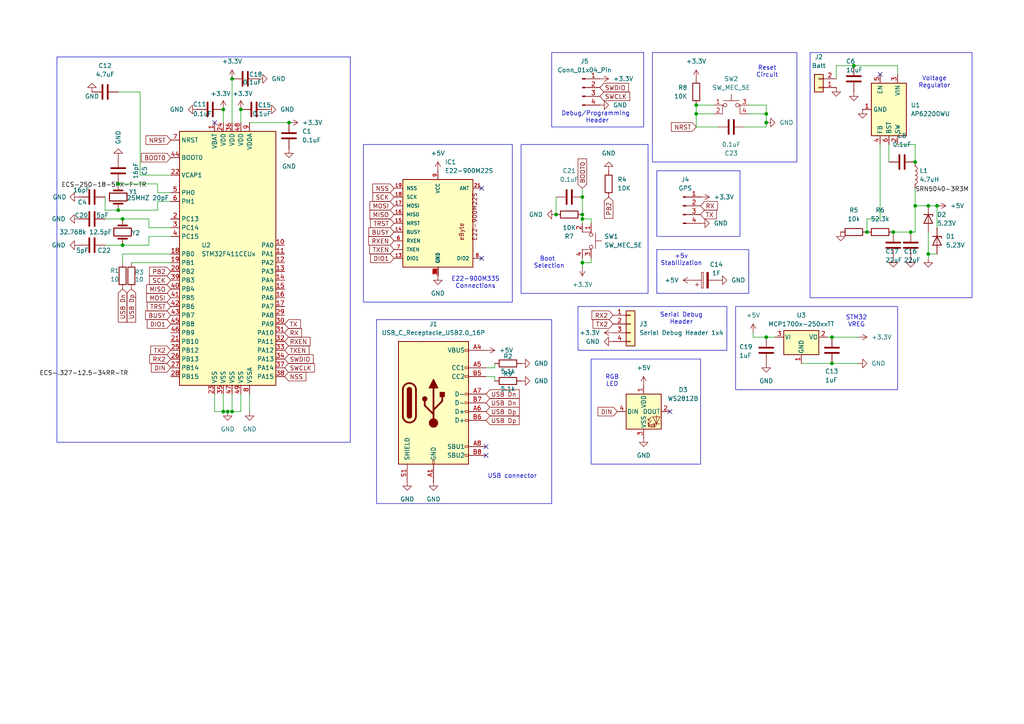
<source format=kicad_sch>
(kicad_sch (version 20231120) (generator "eeschema") (generator_version "8.0")
  (paper "A4")
  (junction (at 247.65 19.05))
  (junction (at 269.24 59.69))
  (junction (at 251.46 67.31))
  (junction (at 34.29 60.96))
  (junction (at 259.08 67.31))
  (junction (at 265.43 59.69))
  (junction (at 222.25 33.02))
  (junction (at 222.25 35.56))
  (junction (at 66.04 119.38))
  (junction (at 64.77 31.75))
  (junction (at 269.24 73.66))
  (junction (at 241.3 97.79))
  (junction (at 35.56 71.12))
  (junction (at 168.91 63.5))
  (junction (at 34.29 53.34))
  (junction (at 64.77 119.38))
  (junction (at 222.25 97.79))
  (junction (at 161.29 62.23))
  (junction (at 168.91 57.15))
  (junction (at 264.16 67.31))
  (junction (at 201.93 30.48))
  (junction (at 265.43 46.99))
  (junction (at 168.91 62.23))
  (junction (at 271.78 59.69))
  (junction (at 201.93 33.02))
  (junction (at 69.85 31.75))
  (junction (at 67.31 22.86))
  (junction (at 67.31 119.38))
  (junction (at 83.82 35.56))
  (junction (at 35.56 63.5))
  (junction (at 241.3 105.41))
  (junction (at 168.91 76.2))
  (no_connect (at 139.7 74.93))
  (no_connect (at 139.7 54.61))
  (no_connect (at 140.97 132.08))
  (no_connect (at 140.97 129.54))
  (no_connect (at 62.23 35.56))
  (no_connect (at 255.27 21.59))
  (no_connect (at 194.31 119.38))
  (wire (pts (xy 241.3 105.41) (xy 248.92 105.41)))
  (wire (pts (xy 217.17 30.48) (xy 222.25 30.48)))
  (wire (pts (xy 265.43 67.31) (xy 264.16 67.31)))
  (wire (pts (xy 207.01 33.02) (xy 201.93 33.02)))
  (wire (pts (xy 140.97 106.68) (xy 143.51 106.68)))
  (wire (pts (xy 69.85 31.75) (xy 69.85 35.56)))
  (wire (pts (xy 247.65 19.05) (xy 242.57 19.05)))
  (wire (pts (xy 201.93 33.02) (xy 201.93 36.83)))
  (wire (pts (xy 171.45 74.93) (xy 171.45 76.2)))
  (wire (pts (xy 260.35 19.05) (xy 247.65 19.05)))
  (wire (pts (xy 49.53 76.2) (xy 38.1 76.2)))
  (wire (pts (xy 40.64 26.67) (xy 34.29 26.67)))
  (wire (pts (xy 49.53 66.04) (xy 43.18 66.04)))
  (wire (pts (xy 257.81 41.91) (xy 257.81 46.99)))
  (wire (pts (xy 64.77 119.38) (xy 66.04 119.38)))
  (wire (pts (xy 241.3 97.79) (xy 248.92 97.79)))
  (wire (pts (xy 271.78 59.69) (xy 271.78 66.04)))
  (wire (pts (xy 218.44 97.79) (xy 222.25 97.79)))
  (wire (pts (xy 49.53 50.8) (xy 40.64 50.8)))
  (wire (pts (xy 43.18 68.58) (xy 43.18 71.12)))
  (wire (pts (xy 201.93 30.48) (xy 207.01 30.48)))
  (wire (pts (xy 222.25 35.56) (xy 222.25 36.83)))
  (wire (pts (xy 269.24 73.66) (xy 269.24 74.93)))
  (wire (pts (xy 269.24 59.69) (xy 271.78 59.69)))
  (wire (pts (xy 49.53 55.88) (xy 45.72 55.88)))
  (wire (pts (xy 30.48 71.12) (xy 35.56 71.12)))
  (wire (pts (xy 168.91 57.15) (xy 168.91 62.23)))
  (wire (pts (xy 69.85 114.3) (xy 69.85 119.38)))
  (wire (pts (xy 222.25 97.79) (xy 224.79 97.79)))
  (wire (pts (xy 140.97 109.22) (xy 143.51 109.22)))
  (wire (pts (xy 40.64 50.8) (xy 40.64 26.67)))
  (wire (pts (xy 251.46 63.5) (xy 251.46 67.31)))
  (wire (pts (xy 265.43 54.61) (xy 265.43 59.69)))
  (wire (pts (xy 45.72 55.88) (xy 45.72 53.34)))
  (wire (pts (xy 168.91 62.23) (xy 168.91 63.5)))
  (wire (pts (xy 255.27 41.91) (xy 255.27 63.5)))
  (wire (pts (xy 168.91 74.93) (xy 168.91 76.2)))
  (wire (pts (xy 265.43 59.69) (xy 265.43 67.31)))
  (wire (pts (xy 232.41 105.41) (xy 241.3 105.41)))
  (wire (pts (xy 43.18 66.04) (xy 43.18 63.5)))
  (wire (pts (xy 269.24 67.31) (xy 269.24 73.66)))
  (wire (pts (xy 67.31 114.3) (xy 67.31 119.38)))
  (wire (pts (xy 72.39 114.3) (xy 72.39 119.38)))
  (wire (pts (xy 265.43 41.91) (xy 265.43 46.99)))
  (wire (pts (xy 251.46 63.5) (xy 255.27 63.5)))
  (wire (pts (xy 45.72 60.96) (xy 34.29 60.96)))
  (wire (pts (xy 143.51 105.41) (xy 143.51 106.68)))
  (wire (pts (xy 43.18 71.12) (xy 35.56 71.12)))
  (wire (pts (xy 43.18 63.5) (xy 35.56 63.5)))
  (wire (pts (xy 264.16 67.31) (xy 259.08 67.31)))
  (wire (pts (xy 64.77 31.75) (xy 64.77 35.56)))
  (wire (pts (xy 49.53 73.66) (xy 35.56 73.66)))
  (wire (pts (xy 222.25 36.83) (xy 215.9 36.83)))
  (wire (pts (xy 69.85 119.38) (xy 67.31 119.38)))
  (wire (pts (xy 67.31 119.38) (xy 66.04 119.38)))
  (wire (pts (xy 201.93 36.83) (xy 208.28 36.83)))
  (wire (pts (xy 161.29 57.15) (xy 161.29 62.23)))
  (wire (pts (xy 62.23 119.38) (xy 64.77 119.38)))
  (wire (pts (xy 201.93 33.02) (xy 201.93 30.48)))
  (wire (pts (xy 143.51 109.22) (xy 143.51 110.49)))
  (wire (pts (xy 49.53 68.58) (xy 43.18 68.58)))
  (wire (pts (xy 240.03 97.79) (xy 241.3 97.79)))
  (wire (pts (xy 260.35 41.91) (xy 265.43 41.91)))
  (wire (pts (xy 222.25 33.02) (xy 222.25 35.56)))
  (wire (pts (xy 171.45 76.2) (xy 168.91 76.2)))
  (wire (pts (xy 30.48 63.5) (xy 35.56 63.5)))
  (wire (pts (xy 49.53 58.42) (xy 45.72 58.42)))
  (wire (pts (xy 265.43 59.69) (xy 269.24 59.69)))
  (wire (pts (xy 72.39 35.56) (xy 83.82 35.56)))
  (wire (pts (xy 168.91 63.5) (xy 168.91 64.77)))
  (wire (pts (xy 45.72 58.42) (xy 45.72 60.96)))
  (wire (pts (xy 30.48 60.96) (xy 30.48 57.15)))
  (wire (pts (xy 171.45 64.77) (xy 171.45 63.5)))
  (wire (pts (xy 260.35 21.59) (xy 260.35 19.05)))
  (wire (pts (xy 242.57 19.05) (xy 242.57 22.86)))
  (wire (pts (xy 45.72 53.34) (xy 34.29 53.34)))
  (wire (pts (xy 168.91 76.2) (xy 168.91 77.47)))
  (wire (pts (xy 34.29 60.96) (xy 30.48 60.96)))
  (wire (pts (xy 168.91 57.15) (xy 168.91 54.61)))
  (wire (pts (xy 62.23 114.3) (xy 62.23 119.38)))
  (wire (pts (xy 171.45 63.5) (xy 168.91 63.5)))
  (wire (pts (xy 218.44 96.52) (xy 218.44 97.79)))
  (wire (pts (xy 222.25 30.48) (xy 222.25 33.02)))
  (wire (pts (xy 67.31 22.86) (xy 67.31 35.56)))
  (wire (pts (xy 35.56 73.66) (xy 35.56 76.2)))
  (wire (pts (xy 269.24 73.66) (xy 271.78 73.66)))
  (wire (pts (xy 64.77 114.3) (xy 64.77 119.38)))
  (wire (pts (xy 217.17 33.02) (xy 222.25 33.02)))
  (rectangle (start 171.45 104.14) (end 203.2 134.62))
  (rectangle (start 189.23 15.24) (end 231.14 46.99))
  (rectangle (start 190.5 49.53) (end 214.63 68.58))
  (rectangle (start 167.64 88.9) (end 210.82 101.6))
  (rectangle (start 16.51 16.51) (end 101.6 128.27))
  (rectangle (start 151.13 41.91) (end 187.96 85.09))
  (rectangle (start 190.5 72.39) (end 217.17 85.09))
  (rectangle (start 213.36 88.9) (end 260.35 113.03))
  (rectangle (start 234.95 15.24) (end 281.94 86.36))
  (rectangle (start 105.41 41.91) (end 148.59 87.63))
  (rectangle (start 109.22 92.71) (end 160.02 146.05))
  (rectangle (start 160.02 15.24) (end 186.69 36.83))
  (text "Boot \nSelection\n" (at 159.258 76.2 0) (effects (font (size 1.27 1.27))))
  (text "Reset\nCircuit\n" (at 222.504 20.828 0) (effects (font (size 1.27 1.27))))
  (text "STM32\nVREG\n" (at 248.412 93.218 0) (effects (font (size 1.27 1.27))))
  (text "E22-900M33S\nConnections\n" (at 137.922 82.042 0) (effects (font (size 1.27 1.27))))
  (text "Debug/Programming \nHeader\n" (at 173.228 34.036 0) (effects (font (size 1.27 1.27))))
  (text "USB connector" (at 148.59 138.176 0) (effects (font (size 1.27 1.27))))
  (text "Serial Debug\nHeader\n" (at 197.612 92.456 0) (effects (font (size 1.27 1.27))))
  (text "Voltage\nRegulator\n" (at 271.018 23.876 0) (effects (font (size 1.27 1.27))))
  (text "+5v\nStabilization\n" (at 197.612 75.438 0) (effects (font (size 1.27 1.27))))
  (text "RGB\nLED" (at 177.546 110.49 0) (effects (font (size 1.27 1.27))))
  (label "ECS-.327-12.5-34RR-TR" (at 11.43 109.22 0))
  (label "ECS-250-18-5PX-F-TR" (at 17.78 54.61 0))
  (label "SRN5040-3R3M" (at 265.43 55.88 0))
  (global_label "TRST" (shape input) (at 114.3 64.77 180) (property "Intersheetrefs" "${INTERSHEET_REFS}" (effects (hide yes))))
  (global_label "RX2" (shape input) (at 177.8 91.44 180) (property "Intersheetrefs" "${INTERSHEET_REFS}" (effects (hide yes))))
  (global_label "USB Dp" (shape input) (at 38.1 83.82 270) (property "Intersheetrefs" "${INTERSHEET_REFS}" (effects (hide yes))))
  (global_label "SCK" (shape input) (at 49.53 81.28 180) (property "Intersheetrefs" "${INTERSHEET_REFS}" (effects (hide yes))))
  (global_label "RXEN" (shape input) (at 114.3 69.85 180) (property "Intersheetrefs" "${INTERSHEET_REFS}" (effects (hide yes))))
  (global_label "DIO1" (shape input) (at 49.53 93.98 180) (property "Intersheetrefs" "${INTERSHEET_REFS}" (effects (hide yes))))
  (global_label "MISO" (shape input) (at 49.53 83.82 180) (property "Intersheetrefs" "${INTERSHEET_REFS}" (effects (hide yes))))
  (global_label "BOOT0" (shape input) (at 168.91 54.61 90) (property "Intersheetrefs" "${INTERSHEET_REFS}" (effects (hide yes))))
  (global_label "NSS" (shape input) (at 82.55 109.22 0) (property "Intersheetrefs" "${INTERSHEET_REFS}" (effects (hide yes))))
  (global_label "NSS" (shape input) (at 114.3 54.61 180) (property "Intersheetrefs" "${INTERSHEET_REFS}" (effects (hide yes))))
  (global_label "TX2" (shape input) (at 49.53 101.6 180) (property "Intersheetrefs" "${INTERSHEET_REFS}" (effects (hide yes))))
  (global_label "SCK" (shape input) (at 114.3 57.15 180) (property "Intersheetrefs" "${INTERSHEET_REFS}" (effects (hide yes))))
  (global_label "DIO1" (shape input) (at 114.3 74.93 180) (property "Intersheetrefs" "${INTERSHEET_REFS}" (effects (hide yes))))
  (global_label "BUSY" (shape input) (at 114.3 67.31 180) (property "Intersheetrefs" "${INTERSHEET_REFS}" (effects (hide yes))))
  (global_label "MOSI" (shape input) (at 49.53 86.36 180) (property "Intersheetrefs" "${INTERSHEET_REFS}" (effects (hide yes))))
  (global_label "TXEN" (shape input) (at 114.3 72.39 180) (property "Intersheetrefs" "${INTERSHEET_REFS}" (effects (hide yes))))
  (global_label "SWDIO" (shape input) (at 82.55 104.14 0) (property "Intersheetrefs" "${INTERSHEET_REFS}" (effects (hide yes))))
  (global_label "NRST" (shape input) (at 201.93 36.83 180) (property "Intersheetrefs" "${INTERSHEET_REFS}" (effects (hide yes))))
  (global_label "BOOT0" (shape input) (at 49.53 45.72 180) (property "Intersheetrefs" "${INTERSHEET_REFS}" (effects (hide yes))))
  (global_label "SWCLK" (shape input) (at 173.99 27.94 0) (property "Intersheetrefs" "${INTERSHEET_REFS}" (effects (hide yes))))
  (global_label "SWDIO" (shape input) (at 173.99 25.4 0) (property "Intersheetrefs" "${INTERSHEET_REFS}" (effects (hide yes))))
  (global_label "DIN" (shape input) (at 49.53 106.68 180) (property "Intersheetrefs" "${INTERSHEET_REFS}" (effects (hide yes))))
  (global_label "RXEN" (shape input) (at 82.55 99.06 0) (property "Intersheetrefs" "${INTERSHEET_REFS}" (effects (hide yes))))
  (global_label "MISO" (shape input) (at 114.3 62.23 180) (property "Intersheetrefs" "${INTERSHEET_REFS}" (effects (hide yes))))
  (global_label "MOSI" (shape input) (at 114.3 59.69 180) (property "Intersheetrefs" "${INTERSHEET_REFS}" (effects (hide yes))))
  (global_label "TX" (shape input) (at 203.2 62.23 0) (property "Intersheetrefs" "${INTERSHEET_REFS}" (effects (hide yes))))
  (global_label "RX" (shape input) (at 203.2 59.69 0) (property "Intersheetrefs" "${INTERSHEET_REFS}" (effects (hide yes))))
  (global_label "TXEN" (shape input) (at 82.55 101.6 0) (property "Intersheetrefs" "${INTERSHEET_REFS}" (effects (hide yes))))
  (global_label "RX" (shape input) (at 82.55 96.52 0) (property "Intersheetrefs" "${INTERSHEET_REFS}" (effects (hide yes))))
  (global_label "USB Dn" (shape input) (at 140.97 114.3 0) (property "Intersheetrefs" "${INTERSHEET_REFS}" (effects (hide yes))))
  (global_label "USB Dn" (shape input) (at 140.97 116.84 0) (property "Intersheetrefs" "${INTERSHEET_REFS}" (effects (hide yes))))
  (global_label "USB Dp" (shape input) (at 140.97 119.38 0) (property "Intersheetrefs" "${INTERSHEET_REFS}" (effects (hide yes))))
  (global_label "PB2" (shape input) (at 176.53 57.15 270) (property "Intersheetrefs" "${INTERSHEET_REFS}" (effects (hide yes))))
  (global_label "RX2" (shape input) (at 49.53 104.14 180) (property "Intersheetrefs" "${INTERSHEET_REFS}" (effects (hide yes))))
  (global_label "PB2" (shape input) (at 49.53 78.74 180) (property "Intersheetrefs" "${INTERSHEET_REFS}" (effects (hide yes))))
  (global_label "TRST" (shape input) (at 49.53 88.9 180) (property "Intersheetrefs" "${INTERSHEET_REFS}" (effects (hide yes))))
  (global_label "USB Dp" (shape input) (at 140.97 121.92 0) (property "Intersheetrefs" "${INTERSHEET_REFS}" (effects (hide yes))))
  (global_label "SWCLK" (shape input) (at 82.55 106.68 0) (property "Intersheetrefs" "${INTERSHEET_REFS}" (effects (hide yes))))
  (global_label "USB Dn" (shape input) (at 35.56 83.82 270) (property "Intersheetrefs" "${INTERSHEET_REFS}" (effects (hide yes))))
  (global_label "TX" (shape input) (at 82.55 93.98 0) (property "Intersheetrefs" "${INTERSHEET_REFS}" (effects (hide yes))))
  (global_label "TX2" (shape input) (at 177.8 93.98 180) (property "Intersheetrefs" "${INTERSHEET_REFS}" (effects (hide yes))))
  (global_label "BUSY" (shape input) (at 49.53 91.44 180) (property "Intersheetrefs" "${INTERSHEET_REFS}" (effects (hide yes))))
  (global_label "DIN" (shape input) (at 179.07 119.38 180) (property "Intersheetrefs" "${INTERSHEET_REFS}" (effects (hide yes))))
  (global_label "NRST" (shape input) (at 49.53 40.64 180) (property "Intersheetrefs" "${INTERSHEET_REFS}" (effects (hide yes))))
  (symbol (lib_id "Device:C") (at 83.82 39.37 180) (unit 1)
    (property "Reference" "C1" (at 87.63 38.0999 0) (effects (justify right)))
    (property "Value" "0.1uF" (at 87.63 40.6399 0) (effects (justify right)))
    (property "Footprint" "Capacitor_SMD:C_1206_3216Metric_Pad1.33x1.80mm_HandSolder" (effects (hide yes)))
    (property "Description" "Unpolarized capacitor" (effects (hide yes)))
  )
  (symbol (lib_id "Device:C") (at 71.12 22.86 90) (unit 1)
    (property "Reference" "C18" (at 74.168 21.59 90))
    (property "Value" "0.1uF" (at 73.152 23.876 90))
    (property "Footprint" "Capacitor_SMD:C_1206_3216Metric_Pad1.33x1.80mm_HandSolder" (effects (hide yes)))
    (property "Description" "Unpolarized capacitor" (effects (hide yes)))
  )
  (symbol (lib_id "power:+5V") (at 271.78 59.69 270) (unit 1)
    (property "Reference" "#PWR037" (effects (hide yes)))
    (property "Value" "+5V" (at 275.59 59.6899 90) (effects (justify left)))
    (property "Description" "Power symbol creates a global label with name \"+5V\"" (effects (hide yes)))
  )
  (symbol (lib_name "GND_12") (lib_id "power:GND") (at 177.8 99.06 270) (unit 1)
    (property "Reference" "#PWR015" (effects (hide yes)))
    (property "Value" "GND" (at 173.99 99.0599 90) (effects (justify right)))
    (property "Description" "Power symbol creates a global label with name \"GND\" , ground" (effects (hide yes)))
  )
  (symbol (lib_id "power:GND") (at 22.86 57.15 270) (unit 1)
    (property "Reference" "#PWR03" (effects (hide yes)))
    (property "Value" "GND" (at 19.304 57.15 90) (effects (justify right)))
  )
  (symbol (lib_id "LED:WS2812B") (at 186.69 119.38 0) (unit 1)
    (property "Reference" "D3" (at 198.12 113.0614 0))
    (property "Value" "WS2812B" (at 198.12 115.6014 0))
    (property "Footprint" "LED_SMD:LED_WS2812B_PLCC4_5.0x5.0mm_P3.2mm" (effects (hide yes)))
    (property "Datasheet" "https://cdn-shop.adafruit.com/datasheets/WS2812B.pdf" (effects (hide yes)))
    (property "Description" "RGB LED with integrated controller" (effects (hide yes)))
  )
  (symbol (lib_id "E22-900M22S:E22-900M22S") (at 127 64.77 0) (unit 1)
    (property "Reference" "IC1" (at 129.0194 46.99 0) (effects (justify left)))
    (property "Value" "E22-900M22S" (at 129.0194 49.53 0) (effects (justify left)))
    (property "Footprint" "E22-900M30S:XCVR_E22-900M30S" (effects (hide yes)))
    (property "MF" "EBYTE" (effects (hide yes)))
    (property "Description_1" "\n                        \n                            SX1262 868/915MHz SPI SMD LoRa Module\n                        \n" (effects (hide yes)))
    (property "Package" "Package" (effects (hide yes)))
    (property "Price" "None" (effects (hide yes)))
    (property "SnapEDA_Link" "https://www.snapeda.com/parts/E22-900M22S/EBYTE/view-part/?ref=snap" (effects (hide yes)))
    (property "MP" "E22-900M22S" (effects (hide yes)))
    (property "Availability" "Not in stock" (effects (hide yes)))
    (property "Check_prices" "https://www.snapeda.com/parts/E22-900M22S/EBYTE/view-part/?ref=eda" (effects (hide yes)))
  )
  (symbol (lib_id "Device:C") (at 60.96 31.75 90) (unit 1)
    (property "Reference" "C11" (at 57.912 30.226 90))
    (property "Value" "0.1uF" (at 58.674 33.02 90))
    (property "Footprint" "Capacitor_SMD:C_1206_3216Metric_Pad1.33x1.80mm_HandSolder" (effects (hide yes)))
    (property "Description" "Unpolarized capacitor" (effects (hide yes)))
  )
  (symbol (lib_name "+3.3V_8") (lib_id "power:+3.3V") (at 177.8 96.52 90) (unit 1)
    (property "Reference" "#PWR014" (effects (hide yes)))
    (property "Value" "+3.3V" (at 173.99 96.5199 90) (effects (justify left)))
    (property "Description" "Power symbol creates a global label with name \"+3.3V\"" (effects (hide yes)))
  )
  (symbol (lib_name "GND_14") (lib_id "power:GND") (at 248.92 105.41 90) (unit 1)
    (property "Reference" "#PWR033" (effects (hide yes)))
    (property "Value" "GND" (at 252.73 105.4099 90) (effects (justify right)))
    (property "Description" "Power symbol creates a global label with name \"GND\" , ground" (effects (hide yes)))
  )
  (symbol (lib_id "Device:Crystal") (at 34.29 57.15 90) (mirror x) (unit 1)
    (property "Reference" "Y1" (at 39.878 55.626 90) (effects (justify left)))
    (property "Value" "25MHZ 20pF" (at 49.022 57.404 90) (effects (justify left)))
    (property "Footprint" "Crystal:Crystal_SMD_HC49-SD_HandSoldering" (effects (hide yes)))
    (property "Description" "ECS-250-18-5PX-F-TR" (effects (hide yes)))
  )
  (symbol (lib_id "Device:C") (at 247.65 22.86 0) (unit 1)
    (property "Reference" "C6" (at 245.364 17.78 0) (effects (justify left)))
    (property "Value" "10uF" (at 245.364 20.32 0) (effects (justify left)))
    (property "Footprint" "Capacitor_SMD:C_1206_3216Metric_Pad1.33x1.80mm_HandSolder" (effects (hide yes)))
    (property "Description" "Unpolarized capacitor" (effects (hide yes)))
  )
  (symbol (lib_id "Device:C") (at 73.66 31.75 90) (unit 1)
    (property "Reference" "C15" (at 76.708 30.48 90))
    (property "Value" "0.1uF" (at 75.946 33.02 90))
    (property "Footprint" "Capacitor_SMD:C_1206_3216Metric_Pad1.33x1.80mm_HandSolder" (effects (hide yes)))
    (property "Description" "Unpolarized capacitor" (effects (hide yes)))
  )
  (symbol (lib_name "GND_16") (lib_id "power:GND") (at 151.13 105.41 90) (unit 1)
    (property "Reference" "#PWR041" (effects (hide yes)))
    (property "Value" "GND" (at 154.94 105.4099 90) (effects (justify right)))
    (property "Description" "Power symbol creates a global label with name \"GND\" , ground" (effects (hide yes)))
  )
  (symbol (lib_name "GND_18") (lib_id "power:GND") (at 186.69 127 0) (unit 1)
    (property "Reference" "#PWR049" (effects (hide yes)))
    (property "Value" "GND" (at 186.69 132.08 0))
    (property "Description" "Power symbol creates a global label with name \"GND\" , ground" (effects (hide yes)))
  )
  (symbol (lib_id "Device:R") (at 165.1 62.23 90) (mirror x) (unit 1)
    (property "Reference" "R7" (at 165.1 68.58 90))
    (property "Value" "10K" (at 165.1 66.04 90))
    (property "Footprint" "Resistor_SMD:R_1206_3216Metric_Pad1.30x1.75mm_HandSolder" (effects (hide yes)))
    (property "Description" "Resistor" (effects (hide yes)))
  )
  (symbol (lib_id "Device:R") (at 255.27 67.31 90) (unit 1)
    (property "Reference" "R6" (at 255.27 60.96 90))
    (property "Value" "52.3k" (at 255.27 63.5 90))
    (property "Footprint" "Resistor_SMD:R_1206_3216Metric_Pad1.30x1.75mm_HandSolder" (effects (hide yes)))
    (property "Description" "Resistor" (effects (hide yes)))
  )
  (symbol (lib_name "GND_1") (lib_id "power:GND") (at 83.82 43.18 0) (unit 1)
    (property "Reference" "#PWR010" (effects (hide yes)))
    (property "Value" "GND" (at 83.82 48.26 0))
    (property "Description" "Power symbol creates a global label with name \"GND\" , ground" (effects (hide yes)))
  )
  (symbol (lib_id "Device:D_Zener") (at 271.78 69.85 270) (unit 1)
    (property "Reference" "D1" (at 274.32 68.5799 90) (effects (justify left)))
    (property "Value" "5.23V" (at 274.32 71.1199 90) (effects (justify left)))
    (property "Footprint" "PLZ5V1C_G3_H:CR_1C-G3&slash_H_VIS" (effects (hide yes)))
    (property "Description" "Zener diode" (effects (hide yes)))
  )
  (symbol (lib_id "MCU_ST_STM32F4:STM32F411CEUx") (at 67.31 73.66 0) (unit 1)
    (property "Reference" "U2" (at 58.42 71.12 0) (effects (justify left)))
    (property "Value" "STM32F411CEUx" (at 58.42 73.66 0) (effects (justify left)))
    (property "Footprint" "Package_DFN_QFN:QFN-48-1EP_7x7mm_P0.5mm_EP5.6x5.6mm" (effects (hide yes)))
    (property "Datasheet" "http://www.st.com/st-web-ui/static/active/en/resource/technical/document/datasheet/DM00115249.pdf" (effects (hide yes)))
  )
  (symbol (lib_id "power:GND") (at 74.93 22.86 90) (unit 1)
    (property "Reference" "#PWR046" (effects (hide yes)))
    (property "Value" "GND" (at 78.74 22.8599 90) (effects (justify right)))
    (property "Description" "Power symbol creates a global label with name \"GND\" , ground" (effects (hide yes)))
  )
  (symbol (lib_id "power:GND") (at 72.39 119.38 0) (unit 1)
    (property "Reference" "#PWR08" (effects (hide yes)))
    (property "Value" "GND" (at 72.39 124.46 0))
  )
  (symbol (lib_name "GND_13") (lib_id "power:GND") (at 222.25 105.41 0) (unit 1)
    (property "Reference" "#PWR027" (effects (hide yes)))
    (property "Value" "GND" (at 222.25 110.49 0))
    (property "Description" "Power symbol creates a global label with name \"GND\" , ground" (effects (hide yes)))
  )
  (symbol (lib_name "GND_3") (lib_id "power:GND") (at 222.25 35.56 90) (unit 1)
    (property "Reference" "#PWR026" (effects (hide yes)))
    (property "Value" "GND" (at 226.06 35.5599 90) (effects (justify right)))
    (property "Description" "Power symbol creates a global label with name \"GND\" , ground" (effects (hide yes)))
  )
  (symbol (lib_id "Device:R") (at 147.32 110.49 90) (unit 1)
    (property "Reference" "R9" (at 147.32 108.458 90))
    (property "Value" "5.1k" (at 147.32 112.776 90))
    (property "Footprint" "Capacitor_SMD:C_1206_3216Metric_Pad1.33x1.80mm_HandSolder" (effects (hide yes)))
    (property "Description" "Resistor" (effects (hide yes)))
  )
  (symbol (lib_name "+3.3V_5") (lib_id "power:+3.3V") (at 248.92 97.79 270) (unit 1)
    (property "Reference" "#PWR032" (effects (hide yes)))
    (property "Value" "+3.3V" (at 252.73 97.7899 90) (effects (justify left)))
    (property "Description" "Power symbol creates a global label with name \"+3.3V\"" (effects (hide yes)))
  )
  (symbol (lib_name "GND_7") (lib_id "power:GND") (at 243.84 67.31 0) (unit 1)
    (property "Reference" "#PWR029" (effects (hide yes)))
    (property "Value" "GND" (effects (hide yes)))
    (property "Description" "Power symbol creates a global label with name \"GND\" , ground" (effects (hide yes)))
  )
  (symbol (lib_id "Device:L") (at 265.43 50.8 0) (unit 1)
    (property "Reference" "L1" (at 266.7 49.5299 0) (effects (justify left)))
    (property "Value" "4.7uH" (at 266.7 52.0699 0) (effects (justify left)))
    (property "Footprint" "SRN5040_3R3M:IND_SRN5040_BRN" (effects (hide yes)))
    (property "Description" "Inductor" (effects (hide yes)))
  )
  (symbol (lib_id "Device:C") (at 34.29 49.53 0) (unit 1)
    (property "Reference" "C5" (at 41.91 49.53 90))
    (property "Value" "16pF" (at 39.37 49.53 90))
    (property "Footprint" "Capacitor_SMD:C_1206_3216Metric_Pad1.33x1.80mm_HandSolder" (effects (hide yes)))
  )
  (symbol (lib_name "GND_15") (lib_id "power:GND") (at 125.73 139.7 0) (unit 1)
    (property "Reference" "#PWR039" (effects (hide yes)))
    (property "Value" "GND" (at 125.73 144.78 0))
    (property "Description" "Power symbol creates a global label with name \"GND\" , ground" (effects (hide yes)))
  )
  (symbol (lib_id "Device:C") (at 259.08 71.12 180) (unit 1)
    (property "Reference" "C17" (at 256.794 72.898 0) (effects (justify right)))
    (property "Value" "22uF" (at 256.794 75.438 0) (effects (justify right)))
    (property "Footprint" "Capacitor_SMD:C_1206_3216Metric_Pad1.33x1.80mm_HandSolder" (effects (hide yes)))
    (property "Description" "Unpolarized capacitor" (effects (hide yes)))
  )
  (symbol (lib_name "GND_5") (lib_id "power:GND") (at 127 80.01 0) (unit 1)
    (property "Reference" "#PWR012" (effects (hide yes)))
    (property "Value" "GND" (at 127 85.09 0))
    (property "Description" "Power symbol creates a global label with name \"GND\" , ground" (effects (hide yes)))
  )
  (symbol (lib_id "Device:C_Polarized") (at 204.47 81.28 90) (unit 1)
    (property "Reference" "C14" (at 207.772 76.708 90))
    (property "Value" "1F" (at 207.772 79.248 90))
    (property "Footprint" "Capacitor_THT:C_Radial_D10.0mm_H20.0mm_P5.00mm" (effects (hide yes)))
    (property "Description" "Polarized capacitor" (effects (hide yes)))
  )
  (symbol (lib_id "power:+3.3V") (at 69.85 31.75 0) (unit 1)
    (property "Reference" "#PWR043" (effects (hide yes)))
    (property "Value" "+3.3V" (at 70.358 27.178 0))
  )
  (symbol (lib_id "power:GND") (at 34.29 45.72 180) (unit 1)
    (property "Reference" "#PWR02" (effects (hide yes)))
    (property "Value" "GND" (at 34.2901 41.91 90) (effects (justify right)))
  )
  (symbol (lib_id "power:GND") (at 22.86 63.5 270) (unit 1)
    (property "Reference" "#PWR04" (effects (hide yes)))
    (property "Value" "GND" (at 19.05 63.4999 90) (effects (justify right)))
  )
  (symbol (lib_id "Device:C") (at 264.16 71.12 180) (unit 1)
    (property "Reference" "C16" (at 262.128 72.898 0) (effects (justify right)))
    (property "Value" "22uF" (at 262.128 75.438 0) (effects (justify right)))
    (property "Footprint" "Capacitor_SMD:C_1206_3216Metric_Pad1.33x1.80mm_HandSolder" (effects (hide yes)))
    (property "Description" "Unpolarized capacitor" (effects (hide yes)))
  )
  (symbol (lib_name "GND_15") (lib_id "power:GND") (at 118.11 139.7 0) (unit 1)
    (property "Reference" "#PWR038" (effects (hide yes)))
    (property "Value" "GND" (at 118.11 144.78 0))
    (property "Description" "Power symbol creates a global label with name \"GND\" , ground" (effects (hide yes)))
  )
  (symbol (lib_id "Device:R") (at 201.93 26.67 0) (mirror y) (unit 1)
    (property "Reference" "R8" (at 199.39 25.3999 0) (effects (justify left)))
    (property "Value" "10K" (at 199.39 27.9399 0) (effects (justify left)))
    (property "Footprint" "Resistor_SMD:R_1206_3216Metric_Pad1.30x1.75mm_HandSolder" (effects (hide yes)))
    (property "Description" "Resistor" (effects (hide yes)))
  )
  (symbol (lib_id "power:+5V") (at 186.69 111.76 0) (unit 1)
    (property "Reference" "#PWR048" (effects (hide yes)))
    (property "Value" "+5V" (at 186.69 106.68 0))
    (property "Description" "Power symbol creates a global label with name \"+5V\"" (effects (hide yes)))
  )
  (symbol (lib_name "GND_7") (lib_id "power:GND") (at 247.65 26.67 0) (unit 1)
    (property "Reference" "#PWR030" (effects (hide yes)))
    (property "Value" "GND" (effects (hide yes)))
    (property "Description" "Power symbol creates a global label with name \"GND\" , ground" (effects (hide yes)))
  )
  (symbol (lib_id "Regulator_Linear:MCP1700x-250xxTT") (at 232.41 97.79 0) (unit 1)
    (property "Reference" "U3" (at 232.41 91.44 0))
    (property "Value" "MCP1700x-250xxTT" (at 232.41 93.98 0))
    (property "Footprint" "Package_TO_SOT_SMD:SOT-23" (effects (hide yes)))
    (property "Datasheet" "http://ww1.microchip.com/downloads/en/DeviceDoc/20001826D.pdf" (effects (hide yes)))
    (property "Description" "250mA Low Quiscent Current LDO, 2.5V output, SOT-23" (effects (hide yes)))
  )
  (symbol (lib_name "SW_MEC_5E_2") (lib_id "Switch:SW_MEC_5E") (at 168.91 69.85 270) (unit 1)
    (property "Reference" "SW1" (at 175.26 68.5799 90) (effects (justify left)))
    (property "Value" "SW_MEC_5E" (at 175.26 71.1199 90) (effects (justify left)))
    (property "Footprint" "PTS526_SM15_SMTR2_LFS:SON4_PTS526 SM15 SMTR2 LFS_CNK" (effects (hide yes)))
    (property "Datasheet" "http://www.apem.com/int/index.php?controller=attachment&id_attachment=1371" (effects (hide yes)))
    (property "Description" "MEC 5E single pole normally-open tactile switch" (effects (hide yes)))
  )
  (symbol (lib_id "Device:Crystal") (at 35.56 67.31 90) (mirror x) (unit 1)
    (property "Reference" "Y2" (at 40.64 67.564 90) (effects (justify left)))
    (property "Value" "32.768k 12.5pF" (at 32.512 67.31 90) (effects (justify left)))
    (property "Footprint" "ECS__327_12_5_34RR_TR:XTAL_ECS-.327-12.5-34RR-TR" (effects (hide yes)))
  )
  (symbol (lib_name "GND_11") (lib_id "power:GND") (at 208.28 81.28 90) (unit 1)
    (property "Reference" "#PWR024" (effects (hide yes)))
    (property "Value" "GND" (at 212.09 81.2799 90) (effects (justify right)))
    (property "Description" "Power symbol creates a global label with name \"GND\" , ground" (effects (hide yes)))
  )
  (symbol (lib_id "power:+5V") (at 127 49.53 0) (unit 1)
    (property "Reference" "#PWR011" (effects (hide yes)))
    (property "Value" "+5V" (at 127 44.45 0))
    (property "Description" "Power symbol creates a global label with name \"+5V\"" (effects (hide yes)))
  )
  (symbol (lib_id "Device:R") (at 38.1 80.01 0) (unit 1)
    (property "Reference" "R3" (at 40.386 78.994 0))
    (property "Value" "10" (at 40.386 81.026 0))
    (property "Footprint" "Capacitor_SMD:C_1206_3216Metric_Pad1.33x1.80mm_HandSolder" (effects (hide yes)))
    (property "Description" "Resistor" (effects (hide yes)))
  )
  (symbol (lib_id "Device:R") (at 176.53 53.34 0) (unit 1)
    (property "Reference" "R4" (at 179.07 52.0699 0) (effects (justify left)))
    (property "Value" "10K" (at 179.07 54.6099 0) (effects (justify left)))
    (property "Footprint" "Resistor_SMD:R_1206_3216Metric_Pad1.30x1.75mm_HandSolder" (effects (hide yes)))
    (property "Description" "Resistor" (effects (hide yes)))
  )
  (symbol (lib_id "power:GND") (at 22.86 71.12 270) (unit 1)
    (property "Reference" "#PWR05" (effects (hide yes)))
    (property "Value" "GND" (at 19.05 71.1199 90) (effects (justify right)))
  )
  (symbol (lib_id "Device:C") (at 222.25 101.6 0) (unit 1)
    (property "Reference" "C19" (at 214.376 100.584 0) (effects (justify left)))
    (property "Value" "1uF" (at 214.376 103.124 0) (effects (justify left)))
    (property "Footprint" "Capacitor_SMD:C_1206_3216Metric_Pad1.33x1.80mm_HandSolder" (effects (hide yes)))
    (property "Description" "Unpolarized capacitor" (effects (hide yes)))
  )
  (symbol (lib_id "Device:C") (at 165.1 57.15 90) (unit 1)
    (property "Reference" "C21" (at 165.1 49.53 90))
    (property "Value" "0.1uF" (at 165.1 52.07 90))
    (property "Footprint" "Capacitor_SMD:C_1206_3216Metric_Pad1.33x1.80mm_HandSolder" (effects (hide yes)))
    (property "Description" "Unpolarized capacitor" (effects (hide yes)))
  )
  (symbol (lib_name "GND_7") (lib_id "power:GND") (at 250.19 31.75 0) (unit 1)
    (property "Reference" "#PWR031" (effects (hide yes)))
    (property "Value" "GND" (effects (hide yes)))
    (property "Description" "Power symbol creates a global label with name \"GND\" , ground" (effects (hide yes)))
  )
  (symbol (lib_id "power:+3.3V") (at 67.31 22.86 0) (unit 1)
    (property "Reference" "#PWR07" (effects (hide yes)))
    (property "Value" "+3.3V" (at 67.31 17.78 0))
  )
  (symbol (lib_id "Connector:Conn_01x04_Pin") (at 198.12 59.69 0) (unit 1)
    (property "Reference" "J4" (at 198.755 52.07 0))
    (property "Value" "GPS" (at 198.755 54.61 0))
    (property "Footprint" "Connector_PinHeader_2.54mm:PinHeader_1x04_P2.54mm_Vertical" (effects (hide yes)))
    (property "Description" "Generic connector, single row, 01x04, script generated" (effects (hide yes)))
  )
  (symbol (lib_id "power:GND") (at 77.47 31.75 90) (unit 1)
    (property "Reference" "#PWR045" (effects (hide yes)))
    (property "Value" "GND" (at 81.28 31.7499 90) (effects (justify right)))
    (property "Description" "Power symbol creates a global label with name \"GND\" , ground" (effects (hide yes)))
  )
  (symbol (lib_id "Device:C") (at 212.09 36.83 90) (mirror x) (unit 1)
    (property "Reference" "C23" (at 212.09 44.45 90))
    (property "Value" "0.1uF" (at 212.09 41.91 90))
    (property "Footprint" "Capacitor_SMD:C_1206_3216Metric_Pad1.33x1.80mm_HandSolder" (effects (hide yes)))
    (property "Description" "Unpolarized capacitor" (effects (hide yes)))
  )
  (symbol (lib_id "power:GND") (at 26.67 26.67 180) (unit 1)
    (property "Reference" "#PWR01" (effects (hide yes)))
    (property "Value" "GND" (at 26.67 27.94 0))
  )
  (symbol (lib_id "Device:D_Zener") (at 269.24 63.5 270) (unit 1)
    (property "Reference" "D2" (at 271.78 62.2299 90) (effects (justify left)))
    (property "Value" "5.23V" (at 271.78 64.7699 90) (effects (justify left)))
    (property "Footprint" "PLZ5V1C_G3_H:CR_1C-G3&slash_H_VIS" (effects (hide yes)))
    (property "Description" "Zener diode" (effects (hide yes)))
  )
  (symbol (lib_id "power:+5V") (at 200.66 81.28 90) (unit 1)
    (property "Reference" "#PWR023" (effects (hide yes)))
    (property "Value" "+5V" (at 196.85 81.2799 90) (effects (justify left)))
    (property "Description" "Power symbol creates a global label with name \"+5V\"" (effects (hide yes)))
  )
  (symbol (lib_id "Device:R") (at 147.32 105.41 90) (unit 1)
    (property "Reference" "R2" (at 147.32 103.378 90))
    (property "Value" "5.1k" (at 147.32 107.696 90))
    (property "Footprint" "Capacitor_SMD:C_1206_3216Metric_Pad1.33x1.80mm_HandSolder" (effects (hide yes)))
    (property "Description" "Resistor" (effects (hide yes)))
  )
  (symbol (lib_id "power:VCC") (at 140.97 101.6 270) (unit 1)
    (property "Reference" "#PWR040" (effects (hide yes)))
    (property "Value" "+5V" (at 144.78 101.5999 90) (effects (justify left)))
    (property "Description" "Power symbol creates a global label with name \"VCC\"" (effects (hide yes)))
  )
  (symbol (lib_name "+3.3V_3") (lib_id "power:+3.3V") (at 201.93 22.86 0) (unit 1)
    (property "Reference" "#PWR020" (effects (hide yes)))
    (property "Value" "+3.3V" (at 201.93 17.78 0))
    (property "Description" "Power symbol creates a global label with name \"+3.3V\"" (effects (hide yes)))
  )
  (symbol (lib_name "+3.3V_2") (lib_id "power:+3.3V") (at 173.99 22.86 270) (unit 1)
    (property "Reference" "#PWR017" (effects (hide yes)))
    (property "Value" "+3.3V" (at 177.8 22.8599 90) (effects (justify left)))
    (property "Description" "Power symbol creates a global label with name \"+3.3V\"" (effects (hide yes)))
  )
  (symbol (lib_name "+3.3V_4") (lib_id "power:+3.3V") (at 168.91 77.47 180) (unit 1)
    (property "Reference" "#PWR016" (effects (hide yes)))
    (property "Value" "+3.3V" (at 168.91 82.55 0))
    (property "Description" "Power symbol creates a global label with name \"+3.3V\"" (effects (hide yes)))
  )
  (symbol (lib_id "Connector_Generic:Conn_01x02") (at 237.49 25.4 180) (unit 1)
    (property "Reference" "J2" (at 237.49 16.51 0))
    (property "Value" "Batt" (at 237.49 19.05 0))
    (property "Footprint" "Connector_JST:JST_XH_B2B-XH-AM_1x02_P2.50mm_Vertical" (effects (hide yes)))
    (property "Description" "Generic connector, single row, 01x02, script generated (kicad-library-utils/schlib/autogen/connector/)" (effects (hide yes)))
  )
  (symbol (lib_name "GND_6") (lib_id "power:GND") (at 203.2 64.77 90) (unit 1)
    (property "Reference" "#PWR022" (effects (hide yes)))
    (property "Value" "GND" (at 207.01 64.7699 90) (effects (justify right)))
    (property "Description" "Power symbol creates a global label with name \"GND\" , ground" (effects (hide yes)))
  )
  (symbol (lib_name "GND_17") (lib_id "power:GND") (at 57.15 31.75 270) (unit 1)
    (property "Reference" "#PWR044" (effects (hide yes)))
    (property "Value" "GND" (at 53.34 31.7499 90) (effects (justify right)))
    (property "Description" "Power symbol creates a global label with name \"GND\" , ground" (effects (hide yes)))
  )
  (symbol (lib_name "GND_4") (lib_id "power:GND") (at 161.29 62.23 270) (unit 1)
    (property "Reference" "#PWR013" (effects (hide yes)))
    (property "Value" "GND" (at 157.48 62.2299 90) (effects (justify right)))
    (property "Description" "Power symbol creates a global label with name \"GND\" , ground" (effects (hide yes)))
  )
  (symbol (lib_name "SW_MEC_5E_2") (lib_id "Switch:SW_MEC_5E") (at 212.09 33.02 0) (unit 1)
    (property "Reference" "SW2" (at 212.09 22.86 0))
    (property "Value" "SW_MEC_5E" (at 212.09 25.4 0))
    (property "Footprint" "PTS526_SM15_SMTR2_LFS:SON4_PTS526 SM15 SMTR2 LFS_CNK" (effects (hide yes)))
    (property "Datasheet" "http://www.apem.com/int/index.php?controller=attachment&id_attachment=1371" (effects (hide yes)))
    (property "Description" "MEC 5E single pole normally-open tactile switch" (effects (hide yes)))
  )
  (symbol (lib_name "GND_8") (lib_id "power:GND") (at 269.24 74.93 0) (unit 1)
    (property "Reference" "#PWR036" (effects (hide yes)))
    (property "Value" "GND" (effects (hide yes)))
    (property "Description" "Power symbol creates a global label with name \"GND\" , ground" (effects (hide yes)))
  )
  (symbol (lib_id "Device:C") (at 26.67 71.12 270) (mirror x) (unit 1)
    (property "Reference" "C22" (at 30.226 72.644 90))
    (property "Value" "5pF" (at 23.876 72.644 90))
    (property "Footprint" "Capacitor_SMD:C_0603_1608Metric_Pad1.08x0.95mm_HandSolder" (effects (hide yes)))
  )
  (symbol (lib_id "power:GND") (at 66.04 119.38 0) (unit 1)
    (property "Reference" "#PWR06" (effects (hide yes)))
    (property "Value" "GND" (at 66.04 124.46 0))
  )
  (symbol (lib_id "Device:C") (at 26.67 63.5 90) (unit 1)
    (property "Reference" "C20" (at 23.622 62.484 90))
    (property "Value" "5pF" (at 29.718 62.484 90))
    (property "Footprint" "Capacitor_SMD:C_0603_1608Metric_Pad1.08x0.95mm_HandSolder" (effects (hide yes)))
  )
  (symbol (lib_id "power:+3.3V") (at 64.77 31.75 0) (unit 1)
    (property "Reference" "#PWR042" (effects (hide yes)))
    (property "Value" "+3.3V" (at 64.008 27.178 0))
  )
  (symbol (lib_id "Device:R") (at 35.56 80.01 0) (unit 1)
    (property "Reference" "R1" (at 33.274 78.486 0))
    (property "Value" "10" (at 33.274 81.026 0))
    (property "Footprint" "Capacitor_SMD:C_1206_3216Metric_Pad1.33x1.80mm_HandSolder" (effects (hide yes)))
    (property "Description" "Resistor" (effects (hide yes)))
  )
  (symbol (lib_id "Connector:Conn_01x04_Pin") (at 168.91 25.4 0) (unit 1)
    (property "Reference" "J5" (at 169.545 17.78 0))
    (property "Value" "Conn_01x04_Pin" (at 169.545 20.32 0))
    (property "Footprint" "Connector_PinHeader_2.54mm:PinHeader_1x04_P2.54mm_Vertical" (effects (hide yes)))
    (property "Description" "Generic connector, single row, 01x04, script generated" (effects (hide yes)))
  )
  (symbol (lib_id "Device:C") (at 26.67 57.15 90) (mirror x) (unit 1)
    (property "Reference" "C4" (at 23.876 58.674 90))
    (property "Value" "16pF" (at 23.622 55.118 90))
    (property "Footprint" "Capacitor_SMD:C_1206_3216Metric_Pad1.33x1.80mm_HandSolder" (effects (hide yes)))
  )
  (symbol (lib_name "+3.3V_1") (lib_id "power:+3.3V") (at 83.82 35.56 270) (unit 1)
    (property "Reference" "#PWR09" (effects (hide yes)))
    (property "Value" "+3.3V" (at 87.63 35.5599 90) (effects (justify left)))
    (property "Description" "Power symbol creates a global label with name \"+3.3V\"" (effects (hide yes)))
  )
  (symbol (lib_id "Device:C") (at 241.3 101.6 0) (unit 1)
    (property "Reference" "C13" (at 239.268 107.696 0) (effects (justify left)))
    (property "Value" "1uF" (at 239.268 110.236 0) (effects (justify left)))
    (property "Footprint" "Capacitor_SMD:C_1206_3216Metric_Pad1.33x1.80mm_HandSolder" (effects (hide yes)))
    (property "Description" "Unpolarized capacitor" (effects (hide yes)))
  )
  (symbol (lib_id "Device:R") (at 247.65 67.31 270) (unit 1)
    (property "Reference" "R5" (at 247.65 60.96 90))
    (property "Value" "10k" (at 247.65 63.5 90))
    (property "Footprint" "Resistor_SMD:R_1206_3216Metric_Pad1.30x1.75mm_HandSolder" (effects (hide yes)))
    (property "Description" "Resistor" (effects (hide yes)))
  )
  (symbol (lib_id "Device:C") (at 261.62 46.99 90) (unit 1)
    (property "Reference" "C8" (at 261.62 39.37 90))
    (property "Value" "0.1uF" (at 261.62 41.91 90))
    (property "Footprint" "Capacitor_SMD:C_1206_3216Metric_Pad1.33x1.80mm_HandSolder" (effects (hide yes)))
    (property "Description" "Unpolarized capacitor" (effects (hide yes)))
  )
  (symbol (lib_id "Connector:USB_C_Receptacle_USB2.0_16P") (at 125.73 116.84 0) (unit 1)
    (property "Reference" "J1" (at 125.73 93.98 0))
    (property "Value" "USB_C_Receptacle_USB2.0_16P" (at 125.73 96.52 0))
    (property "Footprint" "Connector_USB:USB_C_Receptacle_GCT_USB4105-xx-A_16P_TopMnt_Horizontal" (effects (hide yes)))
    (property "Datasheet" "https://www.usb.org/sites/default/files/documents/usb_type-c.zip" (effects (hide yes)))
    (property "Description" "USB 2.0-only 16P Type-C Receptacle connector" (effects (hide yes)))
  )
  (symbol (lib_id "Regulator_Switching:AP62250WU") (at 257.81 31.75 270) (unit 1)
    (property "Reference" "U1" (at 264.16 30.4799 90) (effects (justify left)))
    (property "Value" "AP62200WU" (at 264.16 33.0199 90) (effects (justify left)))
    (property "Footprint" "Package_TO_SOT_SMD:TSOT-23-6" (effects (hide yes)))
    (property "Datasheet" "https://www.diodes.com/assets/Datasheets/AP62250.pdf" (effects (hide yes)))
    (property "Description" "2.5A, 1.3MHz Buck DC/DC Converter, 4.2V-18V input voltage, 0.8V-7V adjustable output voltage, TSOT-23-6" (effects (hide yes)))
  )
  (symbol (lib_id "power:+5V") (at 218.44 96.52 0) (unit 1)
    (property "Reference" "#PWR025" (effects (hide yes)))
    (property "Value" "+5V" (at 218.44 91.44 0))
    (property "Description" "Power symbol creates a global label with name \"+5V\"" (effects (hide yes)))
  )
  (symbol (lib_name "GND_16") (lib_id "power:GND") (at 151.13 110.49 90) (unit 1)
    (property "Reference" "#PWR047" (effects (hide yes)))
    (property "Value" "GND" (at 154.94 110.4899 90) (effects (justify right)))
    (property "Description" "Power symbol creates a global label with name \"GND\" , ground" (effects (hide yes)))
  )
  (symbol (lib_name "GND_2") (lib_id "power:GND") (at 173.99 30.48 90) (unit 1)
    (property "Reference" "#PWR018" (effects (hide yes)))
    (property "Value" "GND" (at 177.8 30.4799 90) (effects (justify right)))
    (property "Description" "Power symbol creates a global label with name \"GND\" , ground" (effects (hide yes)))
  )
  (symbol (lib_name "GND_4") (lib_id "power:GND") (at 176.53 49.53 180) (unit 1)
    (property "Reference" "#PWR019" (effects (hide yes)))
    (property "Value" "GND" (at 176.53 44.45 0))
    (property "Description" "Power symbol creates a global label with name \"GND\" , ground" (effects (hide yes)))
  )
  (symbol (lib_id "Connector_Generic:Conn_01x04") (at 182.88 93.98 0) (unit 1)
    (property "Reference" "J3" (at 185.42 93.9799 0) (effects (justify left)))
    (property "Value" "Serial Debug Header 1x4" (at 185.42 96.5199 0) (effects (justify left)))
    (property "Footprint" "Connector_PinHeader_2.54mm:PinHeader_1x04_P2.54mm_Vertical" (effects (hide yes)))
    (property "Description" "Generic connector, single row, 01x04, script generated (kicad-library-utils/schlib/autogen/connector/)" (effects (hide yes)))
  )
  (symbol (lib_name "+3.3V_6") (lib_id "power:+3.3V") (at 203.2 57.15 270) (unit 1)
    (property "Reference" "#PWR021" (effects (hide yes)))
    (property "Value" "+3.3V" (at 207.01 57.1499 90) (effects (justify left)))
    (property "Description" "Power symbol creates a global label with name \"+3.3V\"" (effects (hide yes)))
  )
  (symbol (lib_id "Device:C") (at 30.48 26.67 90) (unit 1)
    (property "Reference" "C12" (at 30.48 19.05 90))
    (property "Value" "4.7uF" (at 30.48 21.59 90))
    (property "Footprint" "Capacitor_SMD:C_1206_3216Metric_Pad1.33x1.80mm_HandSolder" (effects (hide yes)))
  )
  (symbol (lib_name "GND_7") (lib_id "power:GND") (at 264.16 74.93 0) (unit 1)
    (property "Reference" "#PWR035" (effects (hide yes)))
    (property "Value" "GND" (effects (hide yes)))
    (property "Description" "Power symbol creates a global label with name \"GND\" , ground" (effects (hide yes)))
  )
  (symbol (lib_name "GND_10") (lib_id "power:GND") (at 259.08 74.93 0) (unit 1)
    (property "Reference" "#PWR034" (effects (hide yes)))
    (property "Value" "GND" (effects (hide yes)))
    (property "Description" "Power symbol creates a global label with name \"GND\" , ground" (effects (hide yes)))
  )
  (symbol (lib_name "GND_9") (lib_id "power:GND") (at 242.57 25.4 0) (unit 1)
    (property "Reference" "#PWR028" (effects (hide yes)))
    (property "Value" "GND" (effects (hide yes)))
    (property "Description" "Power symbol creates a global label with name \"GND\" , ground" (effects (hide yes)))
  )
)
</source>
